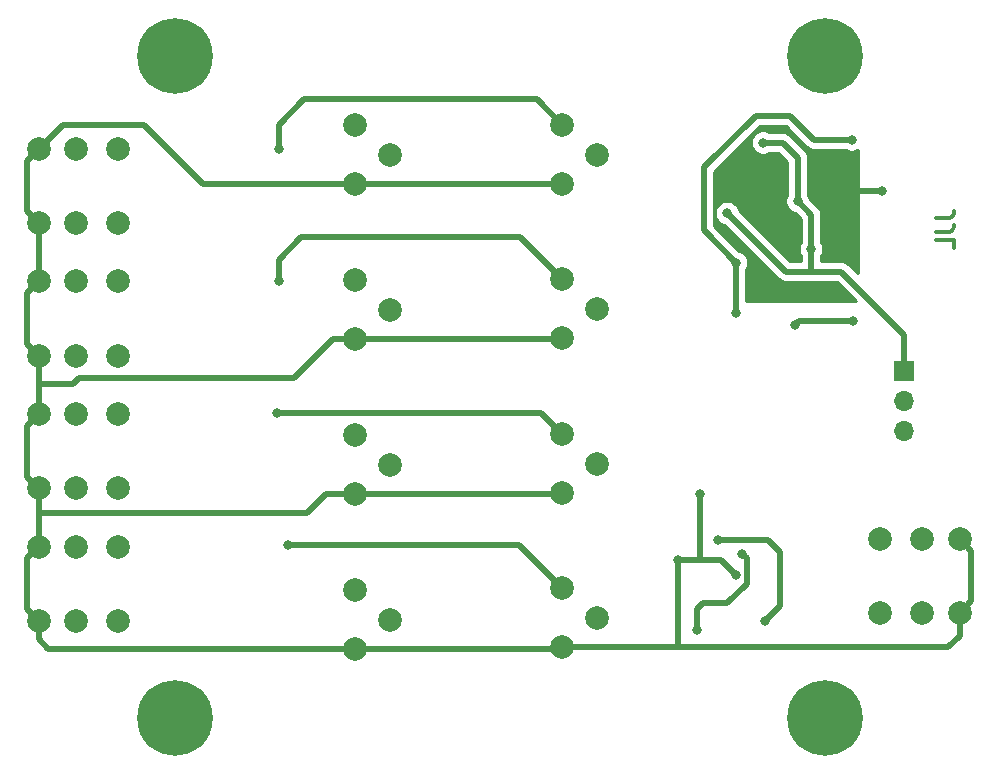
<source format=gbl>
G04 #@! TF.GenerationSoftware,KiCad,Pcbnew,5.1.6-c6e7f7d~87~ubuntu18.04.1*
G04 #@! TF.CreationDate,2020-09-10T19:55:48-05:00*
G04 #@! TF.ProjectId,MiniStereoMixer,4d696e69-5374-4657-9265-6f4d69786572,rev?*
G04 #@! TF.SameCoordinates,Original*
G04 #@! TF.FileFunction,Copper,L2,Bot*
G04 #@! TF.FilePolarity,Positive*
%FSLAX46Y46*%
G04 Gerber Fmt 4.6, Leading zero omitted, Abs format (unit mm)*
G04 Created by KiCad (PCBNEW 5.1.6-c6e7f7d~87~ubuntu18.04.1) date 2020-09-10 19:55:48*
%MOMM*%
%LPD*%
G01*
G04 APERTURE LIST*
G04 #@! TA.AperFunction,NonConductor*
%ADD10C,0.300000*%
G04 #@! TD*
G04 #@! TA.AperFunction,ComponentPad*
%ADD11C,2.000000*%
G04 #@! TD*
G04 #@! TA.AperFunction,ComponentPad*
%ADD12R,1.700000X1.700000*%
G04 #@! TD*
G04 #@! TA.AperFunction,ComponentPad*
%ADD13O,1.700000X1.700000*%
G04 #@! TD*
G04 #@! TA.AperFunction,ViaPad*
%ADD14C,0.600000*%
G04 #@! TD*
G04 #@! TA.AperFunction,Conductor*
%ADD15R,1.000000X2.650000*%
G04 #@! TD*
G04 #@! TA.AperFunction,ComponentPad*
%ADD16C,6.400000*%
G04 #@! TD*
G04 #@! TA.AperFunction,ViaPad*
%ADD17C,0.800000*%
G04 #@! TD*
G04 #@! TA.AperFunction,Conductor*
%ADD18C,0.500000*%
G04 #@! TD*
G04 #@! TA.AperFunction,Conductor*
%ADD19C,0.250000*%
G04 #@! TD*
G04 #@! TA.AperFunction,Conductor*
%ADD20C,0.254000*%
G04 #@! TD*
G04 APERTURE END LIST*
D10*
X198314571Y-56820714D02*
X199386000Y-56820714D01*
X199600285Y-56749285D01*
X199743142Y-56606428D01*
X199814571Y-56392142D01*
X199814571Y-56249285D01*
X198314571Y-57963571D02*
X199386000Y-57963571D01*
X199600285Y-57892142D01*
X199743142Y-57749285D01*
X199814571Y-57535000D01*
X199814571Y-57392142D01*
X199814571Y-59392142D02*
X199814571Y-58677857D01*
X198314571Y-58677857D01*
D11*
G04 #@! TO.P,J6,T*
G04 #@! TO.N,Net-(C18-Pad1)*
X193579000Y-83972000D03*
G04 #@! TO.P,J6,R*
G04 #@! TO.N,Net-(C16-Pad1)*
X197079000Y-83972000D03*
G04 #@! TO.P,J6,S*
G04 #@! TO.N,GNDA*
X200279000Y-83972000D03*
G04 #@! TO.P,J6,R*
G04 #@! TO.N,Net-(C16-Pad1)*
X197079000Y-90272000D03*
G04 #@! TO.P,J6,T*
G04 #@! TO.N,Net-(C18-Pad1)*
X193579000Y-90272000D03*
G04 #@! TO.P,J6,S*
G04 #@! TO.N,GNDA*
X200279000Y-90272000D03*
G04 #@! TD*
G04 #@! TO.P,J1,T*
G04 #@! TO.N,Net-(C10-Pad2)*
X129001000Y-90932000D03*
G04 #@! TO.P,J1,R*
G04 #@! TO.N,Net-(C6-Pad2)*
X125501000Y-90932000D03*
G04 #@! TO.P,J1,S*
G04 #@! TO.N,GNDA*
X122301000Y-90932000D03*
G04 #@! TO.P,J1,R*
G04 #@! TO.N,Net-(C6-Pad2)*
X125501000Y-84632000D03*
G04 #@! TO.P,J1,T*
G04 #@! TO.N,Net-(C10-Pad2)*
X129001000Y-84632000D03*
G04 #@! TO.P,J1,S*
G04 #@! TO.N,GNDA*
X122301000Y-84632000D03*
G04 #@! TD*
G04 #@! TO.P,J2,T*
G04 #@! TO.N,Net-(C11-Pad2)*
X129001000Y-79705332D03*
G04 #@! TO.P,J2,R*
G04 #@! TO.N,Net-(C7-Pad2)*
X125501000Y-79705332D03*
G04 #@! TO.P,J2,S*
G04 #@! TO.N,GNDA*
X122301000Y-79705332D03*
G04 #@! TO.P,J2,R*
G04 #@! TO.N,Net-(C7-Pad2)*
X125501000Y-73405332D03*
G04 #@! TO.P,J2,T*
G04 #@! TO.N,Net-(C11-Pad2)*
X129001000Y-73405332D03*
G04 #@! TO.P,J2,S*
G04 #@! TO.N,GNDA*
X122301000Y-73405332D03*
G04 #@! TD*
G04 #@! TO.P,J3,T*
G04 #@! TO.N,Net-(C12-Pad2)*
X129001000Y-68478666D03*
G04 #@! TO.P,J3,R*
G04 #@! TO.N,Net-(C8-Pad2)*
X125501000Y-68478666D03*
G04 #@! TO.P,J3,S*
G04 #@! TO.N,GNDA*
X122301000Y-68478666D03*
G04 #@! TO.P,J3,R*
G04 #@! TO.N,Net-(C8-Pad2)*
X125501000Y-62178666D03*
G04 #@! TO.P,J3,T*
G04 #@! TO.N,Net-(C12-Pad2)*
X129001000Y-62178666D03*
G04 #@! TO.P,J3,S*
G04 #@! TO.N,GNDA*
X122301000Y-62178666D03*
G04 #@! TD*
G04 #@! TO.P,J4,T*
G04 #@! TO.N,Net-(C13-Pad2)*
X129001000Y-57252000D03*
G04 #@! TO.P,J4,R*
G04 #@! TO.N,Net-(C9-Pad2)*
X125501000Y-57252000D03*
G04 #@! TO.P,J4,S*
G04 #@! TO.N,GNDA*
X122301000Y-57252000D03*
G04 #@! TO.P,J4,R*
G04 #@! TO.N,Net-(C9-Pad2)*
X125501000Y-50952000D03*
G04 #@! TO.P,J4,T*
G04 #@! TO.N,Net-(C13-Pad2)*
X129001000Y-50952000D03*
G04 #@! TO.P,J4,S*
G04 #@! TO.N,GNDA*
X122301000Y-50952000D03*
G04 #@! TD*
D12*
G04 #@! TO.P,SW1,1*
G04 #@! TO.N,+5V*
X195580000Y-69723000D03*
D13*
G04 #@! TO.P,SW1,2*
G04 #@! TO.N,Net-(J5-Pad1)*
X195580000Y-72263000D03*
G04 #@! TO.P,SW1,3*
G04 #@! TO.N,N/C*
X195580000Y-74803000D03*
G04 #@! TD*
D14*
G04 #@! TO.N,GND*
G04 #@! TO.C,U1*
X185547000Y-57785000D03*
X185547000Y-56785000D03*
X185547000Y-58785000D03*
D15*
X185547000Y-57785000D03*
G04 #@! TD*
D16*
G04 #@! TO.P,H5,1*
G04 #@! TO.N,N/C*
X133873000Y-43124000D03*
G04 #@! TD*
G04 #@! TO.P,H6,1*
G04 #@! TO.N,N/C*
X133873000Y-99124000D03*
G04 #@! TD*
G04 #@! TO.P,H7,1*
G04 #@! TO.N,N/C*
X188873000Y-43124000D03*
G04 #@! TD*
G04 #@! TO.P,H8,1*
G04 #@! TO.N,N/C*
X188873000Y-99124000D03*
G04 #@! TD*
D11*
G04 #@! TO.P,RV1,1*
G04 #@! TO.N,Net-(C13-Pad1)*
X149098000Y-48895000D03*
G04 #@! TO.P,RV1,2*
G04 #@! TO.N,Net-(R22-Pad2)*
X152098000Y-51435000D03*
G04 #@! TO.P,RV1,3*
G04 #@! TO.N,GNDA*
X149098000Y-53895000D03*
G04 #@! TD*
G04 #@! TO.P,RV2,3*
G04 #@! TO.N,GNDA*
X149098000Y-67018333D03*
G04 #@! TO.P,RV2,2*
G04 #@! TO.N,Net-(R21-Pad2)*
X152098000Y-64558333D03*
G04 #@! TO.P,RV2,1*
G04 #@! TO.N,Net-(C12-Pad1)*
X149098000Y-62018333D03*
G04 #@! TD*
G04 #@! TO.P,RV3,3*
G04 #@! TO.N,GNDA*
X149098000Y-80141666D03*
G04 #@! TO.P,RV3,2*
G04 #@! TO.N,Net-(R20-Pad2)*
X152098000Y-77681666D03*
G04 #@! TO.P,RV3,1*
G04 #@! TO.N,Net-(C11-Pad1)*
X149098000Y-75141666D03*
G04 #@! TD*
G04 #@! TO.P,RV4,1*
G04 #@! TO.N,Net-(C10-Pad1)*
X149098000Y-88265000D03*
G04 #@! TO.P,RV4,2*
G04 #@! TO.N,Net-(R10-Pad1)*
X152098000Y-90805000D03*
G04 #@! TO.P,RV4,3*
G04 #@! TO.N,GNDA*
X149098000Y-93265000D03*
G04 #@! TD*
G04 #@! TO.P,RV5,3*
G04 #@! TO.N,GNDA*
X166624000Y-93138000D03*
G04 #@! TO.P,RV5,2*
G04 #@! TO.N,Net-(R11-Pad1)*
X169624000Y-90678000D03*
G04 #@! TO.P,RV5,1*
G04 #@! TO.N,Net-(C6-Pad1)*
X166624000Y-88138000D03*
G04 #@! TD*
G04 #@! TO.P,RV6,3*
G04 #@! TO.N,GNDA*
X166624000Y-80057000D03*
G04 #@! TO.P,RV6,2*
G04 #@! TO.N,Net-(R12-Pad1)*
X169624000Y-77597000D03*
G04 #@! TO.P,RV6,1*
G04 #@! TO.N,Net-(C7-Pad1)*
X166624000Y-75057000D03*
G04 #@! TD*
G04 #@! TO.P,RV7,1*
G04 #@! TO.N,Net-(C8-Pad1)*
X166624000Y-61976000D03*
G04 #@! TO.P,RV7,2*
G04 #@! TO.N,Net-(R13-Pad1)*
X169624000Y-64516000D03*
G04 #@! TO.P,RV7,3*
G04 #@! TO.N,GNDA*
X166624000Y-66976000D03*
G04 #@! TD*
G04 #@! TO.P,RV8,1*
G04 #@! TO.N,Net-(C9-Pad1)*
X166624000Y-48895000D03*
G04 #@! TO.P,RV8,2*
G04 #@! TO.N,Net-(R14-Pad1)*
X169624000Y-51435000D03*
G04 #@! TO.P,RV8,3*
G04 #@! TO.N,GNDA*
X166624000Y-53895000D03*
G04 #@! TD*
D17*
G04 #@! TO.N,GND*
X183515000Y-54102000D03*
X184975500Y-55308500D03*
X189865000Y-54483000D03*
X193675000Y-54483000D03*
X183642000Y-62865000D03*
X180403500Y-54356000D03*
G04 #@! TO.N,+5V*
X186563000Y-55372000D03*
X187706000Y-59436000D03*
X183642000Y-50419000D03*
X180594002Y-56388000D03*
G04 #@! TO.N,Net-(C6-Pad1)*
X143383000Y-84455000D03*
G04 #@! TO.N,Net-(C7-Pad1)*
X142494000Y-73279000D03*
G04 #@! TO.N,Net-(C8-Pad1)*
X142621000Y-62103000D03*
G04 #@! TO.N,Net-(C9-Pad1)*
X142621000Y-50927000D03*
G04 #@! TO.N,Net-(R19-Pad1)*
X181864000Y-85217000D03*
X178054000Y-91694000D03*
G04 #@! TO.N,Net-(R23-Pad1)*
X183787000Y-90950000D03*
X179870990Y-84074000D03*
G04 #@! TO.N,/+5V_OUT*
X191262000Y-65532000D03*
X186372500Y-65849500D03*
G04 #@! TO.N,/-5V_OUT*
X181356000Y-60579000D03*
X191135000Y-50165000D03*
X181356000Y-64833500D03*
G04 #@! TO.N,GNDA*
X176403000Y-85725000D03*
X178308000Y-80137000D03*
X181394990Y-87047352D03*
G04 #@! TD*
D18*
G04 #@! TO.N,GND*
X183515000Y-54102000D02*
X184531000Y-55118000D01*
X184531000Y-55118000D02*
X184785000Y-55118000D01*
X185547000Y-55880000D02*
X185547000Y-58785000D01*
D19*
X184785000Y-55118000D02*
X184975500Y-55308500D01*
D18*
X184975500Y-55308500D02*
X185547000Y-55880000D01*
X189865000Y-54483000D02*
X193675000Y-54483000D01*
G04 #@! TO.N,+5V*
X195580000Y-69723000D02*
X195580000Y-66675000D01*
X195580000Y-66675000D02*
X190246000Y-61341000D01*
X190246000Y-61341000D02*
X187706000Y-61341000D01*
X187706000Y-59436000D02*
X187706000Y-61341000D01*
X187706000Y-56515000D02*
X187706000Y-59436000D01*
X186563000Y-55372000D02*
X187706000Y-56515000D01*
X186563000Y-55372000D02*
X186563000Y-51689000D01*
X186563000Y-51689000D02*
X185293000Y-50419000D01*
X185293000Y-50419000D02*
X183642000Y-50419000D01*
X180994001Y-56787999D02*
X180594002Y-56388000D01*
X185547002Y-61341000D02*
X180994001Y-56787999D01*
X187706000Y-61341000D02*
X185547002Y-61341000D01*
G04 #@! TO.N,Net-(C6-Pad1)*
X162941000Y-84455000D02*
X166624000Y-88138000D01*
X143383000Y-84455000D02*
X162941000Y-84455000D01*
G04 #@! TO.N,Net-(C7-Pad1)*
X164846000Y-73279000D02*
X166624000Y-75057000D01*
X142494000Y-73279000D02*
X164846000Y-73279000D01*
G04 #@! TO.N,Net-(C8-Pad1)*
X142621000Y-62103000D02*
X142621000Y-60325000D01*
X142621000Y-60325000D02*
X144526000Y-58420000D01*
X163068000Y-58420000D02*
X166624000Y-61976000D01*
X144526000Y-58420000D02*
X163068000Y-58420000D01*
G04 #@! TO.N,Net-(C9-Pad1)*
X142621000Y-50927000D02*
X142621000Y-48895000D01*
X142621000Y-48895000D02*
X144780000Y-46736000D01*
X164465000Y-46736000D02*
X166624000Y-48895000D01*
X144780000Y-46736000D02*
X164465000Y-46736000D01*
G04 #@! TO.N,Net-(R19-Pad1)*
X181864000Y-85217000D02*
X182245000Y-85598000D01*
X182245000Y-85598000D02*
X182245000Y-87757000D01*
X182245000Y-87757000D02*
X180594000Y-89408000D01*
X180594000Y-89408000D02*
X178562000Y-89408000D01*
X178562000Y-89408000D02*
X178054000Y-89916000D01*
X178054000Y-89916000D02*
X178054000Y-91694000D01*
G04 #@! TO.N,Net-(R23-Pad1)*
X184023000Y-84074000D02*
X179870990Y-84074000D01*
X185039000Y-85090000D02*
X184023000Y-84074000D01*
X183787000Y-90950000D02*
X185039000Y-89698000D01*
X185039000Y-89698000D02*
X185039000Y-85090000D01*
G04 #@! TO.N,/+5V_OUT*
X191262000Y-65532000D02*
X186690000Y-65532000D01*
X186690000Y-65532000D02*
X186372500Y-65849500D01*
G04 #@! TO.N,/-5V_OUT*
X178625500Y-57848500D02*
X181356000Y-60579000D01*
X183007000Y-48133000D02*
X178625500Y-52514500D01*
X185928000Y-48133000D02*
X183007000Y-48133000D01*
X191135000Y-50165000D02*
X187960000Y-50165000D01*
X178625500Y-52514500D02*
X178625500Y-57848500D01*
X187960000Y-50165000D02*
X185928000Y-48133000D01*
X181356000Y-60579000D02*
X181356000Y-64833500D01*
G04 #@! TO.N,GNDA*
X136191000Y-53895000D02*
X149098000Y-53895000D01*
X131191000Y-48895000D02*
X136191000Y-53895000D01*
X122301000Y-50952000D02*
X124358000Y-48895000D01*
X124358000Y-48895000D02*
X131191000Y-48895000D01*
X149098000Y-53895000D02*
X166624000Y-53895000D01*
X166581667Y-67018333D02*
X166624000Y-66976000D01*
X149098000Y-67018333D02*
X166581667Y-67018333D01*
X166539334Y-80141666D02*
X166624000Y-80057000D01*
X149098000Y-80141666D02*
X166539334Y-80141666D01*
X166497000Y-93265000D02*
X166624000Y-93138000D01*
X149098000Y-93265000D02*
X166497000Y-93265000D01*
X121301001Y-85631999D02*
X122301000Y-84632000D01*
X121301001Y-89932001D02*
X121301001Y-85631999D01*
X122301000Y-90932000D02*
X121301001Y-89932001D01*
X121301001Y-74405331D02*
X122301000Y-73405332D01*
X121301001Y-78705333D02*
X121301001Y-74405331D01*
X122301000Y-79705332D02*
X121301001Y-78705333D01*
X121301001Y-63178665D02*
X122301000Y-62178666D01*
X122301000Y-68478666D02*
X121301001Y-67478667D01*
X121301001Y-67478667D02*
X121301001Y-63178665D01*
X122301000Y-62178666D02*
X122301000Y-57252000D01*
X121301001Y-51951999D02*
X122301000Y-50952000D01*
X122301000Y-57252000D02*
X121301001Y-56252001D01*
X121301001Y-56252001D02*
X121301001Y-51951999D01*
X122301000Y-79705332D02*
X122301000Y-81915000D01*
X122301000Y-81915000D02*
X122301000Y-84632000D01*
X122301000Y-73405332D02*
X122301000Y-70866000D01*
X122301000Y-70866000D02*
X122301000Y-68478666D01*
X125730000Y-70358000D02*
X125222000Y-70866000D01*
X143891000Y-70358000D02*
X125730000Y-70358000D01*
X125222000Y-70866000D02*
X122301000Y-70866000D01*
X149098000Y-67018333D02*
X147230667Y-67018333D01*
X147230667Y-67018333D02*
X143891000Y-70358000D01*
X122428000Y-81788000D02*
X122301000Y-81915000D01*
X145034000Y-81788000D02*
X122428000Y-81788000D01*
X149098000Y-80141666D02*
X146680334Y-80141666D01*
X146680334Y-80141666D02*
X145034000Y-81788000D01*
X201278999Y-84971999D02*
X200279000Y-83972000D01*
X200279000Y-90272000D02*
X201278999Y-89272001D01*
X201278999Y-89272001D02*
X201278999Y-84971999D01*
X200279000Y-90272000D02*
X200279000Y-92202000D01*
X200279000Y-92202000D02*
X199343000Y-93138000D01*
X176403000Y-93058000D02*
X176323000Y-93138000D01*
X199343000Y-93138000D02*
X176323000Y-93138000D01*
X176403000Y-85725000D02*
X176403000Y-93058000D01*
X176323000Y-93138000D02*
X166624000Y-93138000D01*
X178308000Y-80137000D02*
X178308000Y-85725000D01*
X176403000Y-85725000D02*
X178308000Y-85725000D01*
X180072638Y-85725000D02*
X181394990Y-87047352D01*
X178308000Y-85725000D02*
X180072638Y-85725000D01*
X122301000Y-92456000D02*
X123126500Y-93281500D01*
X122301000Y-90932000D02*
X122301000Y-92456000D01*
X123126500Y-93281500D02*
X149081500Y-93281500D01*
X149081500Y-93281500D02*
X149098000Y-93265000D01*
G04 #@! TD*
D20*
G04 #@! TO.N,GND*
G36*
X187303470Y-50760049D02*
G01*
X187331183Y-50793817D01*
X187364951Y-50821530D01*
X187364953Y-50821532D01*
X187420857Y-50867411D01*
X187465941Y-50904411D01*
X187619687Y-50986589D01*
X187735903Y-51021843D01*
X187786509Y-51037195D01*
X187801306Y-51038652D01*
X187916523Y-51050000D01*
X187916531Y-51050000D01*
X187960000Y-51054281D01*
X188003469Y-51050000D01*
X190596546Y-51050000D01*
X190644744Y-51082205D01*
X190833102Y-51160226D01*
X191033061Y-51200000D01*
X191236939Y-51200000D01*
X191436898Y-51160226D01*
X191625256Y-51082205D01*
X191643000Y-51070349D01*
X191643000Y-61486422D01*
X190902534Y-60745956D01*
X190874817Y-60712183D01*
X190740059Y-60601589D01*
X190586313Y-60519411D01*
X190419490Y-60468805D01*
X190289477Y-60456000D01*
X190289469Y-60456000D01*
X190246000Y-60451719D01*
X190202531Y-60456000D01*
X188591000Y-60456000D01*
X188591000Y-59974454D01*
X188623205Y-59926256D01*
X188701226Y-59737898D01*
X188741000Y-59537939D01*
X188741000Y-59334061D01*
X188701226Y-59134102D01*
X188623205Y-58945744D01*
X188591000Y-58897546D01*
X188591000Y-56558465D01*
X188595281Y-56514999D01*
X188591000Y-56471533D01*
X188591000Y-56471523D01*
X188578195Y-56341510D01*
X188527589Y-56174687D01*
X188445411Y-56020941D01*
X188334817Y-55886183D01*
X188301050Y-55858471D01*
X187569535Y-55126957D01*
X187558226Y-55070102D01*
X187480205Y-54881744D01*
X187448000Y-54833546D01*
X187448000Y-51732465D01*
X187452281Y-51688999D01*
X187448000Y-51645533D01*
X187448000Y-51645523D01*
X187435195Y-51515510D01*
X187384589Y-51348687D01*
X187302411Y-51194941D01*
X187191817Y-51060183D01*
X187158049Y-51032470D01*
X185949534Y-49823956D01*
X185921817Y-49790183D01*
X185787059Y-49679589D01*
X185633313Y-49597411D01*
X185466490Y-49546805D01*
X185336477Y-49534000D01*
X185336469Y-49534000D01*
X185293000Y-49529719D01*
X185249531Y-49534000D01*
X184180454Y-49534000D01*
X184132256Y-49501795D01*
X183943898Y-49423774D01*
X183743939Y-49384000D01*
X183540061Y-49384000D01*
X183340102Y-49423774D01*
X183151744Y-49501795D01*
X182982226Y-49615063D01*
X182838063Y-49759226D01*
X182724795Y-49928744D01*
X182646774Y-50117102D01*
X182607000Y-50317061D01*
X182607000Y-50520939D01*
X182646774Y-50720898D01*
X182724795Y-50909256D01*
X182838063Y-51078774D01*
X182982226Y-51222937D01*
X183151744Y-51336205D01*
X183340102Y-51414226D01*
X183540061Y-51454000D01*
X183743939Y-51454000D01*
X183943898Y-51414226D01*
X184132256Y-51336205D01*
X184180454Y-51304000D01*
X184926422Y-51304000D01*
X185678001Y-52055580D01*
X185678000Y-54833545D01*
X185645795Y-54881744D01*
X185567774Y-55070102D01*
X185528000Y-55270061D01*
X185528000Y-55473939D01*
X185567774Y-55673898D01*
X185645795Y-55862256D01*
X185759063Y-56031774D01*
X185903226Y-56175937D01*
X186072744Y-56289205D01*
X186261102Y-56367226D01*
X186317957Y-56378535D01*
X186821000Y-56881579D01*
X186821001Y-58897544D01*
X186788795Y-58945744D01*
X186710774Y-59134102D01*
X186671000Y-59334061D01*
X186671000Y-59537939D01*
X186710774Y-59737898D01*
X186788795Y-59926256D01*
X186821000Y-59974455D01*
X186821001Y-60456000D01*
X185913581Y-60456000D01*
X181600537Y-56142957D01*
X181589228Y-56086102D01*
X181511207Y-55897744D01*
X181397939Y-55728226D01*
X181253776Y-55584063D01*
X181084258Y-55470795D01*
X180895900Y-55392774D01*
X180695941Y-55353000D01*
X180492063Y-55353000D01*
X180292104Y-55392774D01*
X180103746Y-55470795D01*
X179934228Y-55584063D01*
X179790065Y-55728226D01*
X179676797Y-55897744D01*
X179598776Y-56086102D01*
X179559002Y-56286061D01*
X179559002Y-56489939D01*
X179598776Y-56689898D01*
X179676797Y-56878256D01*
X179790065Y-57047774D01*
X179934228Y-57191937D01*
X180103746Y-57305205D01*
X180292104Y-57383226D01*
X180348959Y-57394535D01*
X184890472Y-61936049D01*
X184918185Y-61969817D01*
X184951953Y-61997530D01*
X184951955Y-61997532D01*
X185052943Y-62080411D01*
X185206689Y-62162589D01*
X185373512Y-62213195D01*
X185503525Y-62226000D01*
X185503533Y-62226000D01*
X185547002Y-62230281D01*
X185590471Y-62226000D01*
X187662524Y-62226000D01*
X187706000Y-62230282D01*
X187749477Y-62226000D01*
X189879422Y-62226000D01*
X191502672Y-63849250D01*
X182241000Y-63849250D01*
X182241000Y-61117454D01*
X182273205Y-61069256D01*
X182351226Y-60880898D01*
X182391000Y-60680939D01*
X182391000Y-60477061D01*
X182351226Y-60277102D01*
X182273205Y-60088744D01*
X182159937Y-59919226D01*
X182015774Y-59775063D01*
X181846256Y-59661795D01*
X181657898Y-59583774D01*
X181601044Y-59572465D01*
X179510500Y-57481922D01*
X179510500Y-52881078D01*
X183373579Y-49018000D01*
X185561422Y-49018000D01*
X187303470Y-50760049D01*
G37*
X187303470Y-50760049D02*
X187331183Y-50793817D01*
X187364951Y-50821530D01*
X187364953Y-50821532D01*
X187420857Y-50867411D01*
X187465941Y-50904411D01*
X187619687Y-50986589D01*
X187735903Y-51021843D01*
X187786509Y-51037195D01*
X187801306Y-51038652D01*
X187916523Y-51050000D01*
X187916531Y-51050000D01*
X187960000Y-51054281D01*
X188003469Y-51050000D01*
X190596546Y-51050000D01*
X190644744Y-51082205D01*
X190833102Y-51160226D01*
X191033061Y-51200000D01*
X191236939Y-51200000D01*
X191436898Y-51160226D01*
X191625256Y-51082205D01*
X191643000Y-51070349D01*
X191643000Y-61486422D01*
X190902534Y-60745956D01*
X190874817Y-60712183D01*
X190740059Y-60601589D01*
X190586313Y-60519411D01*
X190419490Y-60468805D01*
X190289477Y-60456000D01*
X190289469Y-60456000D01*
X190246000Y-60451719D01*
X190202531Y-60456000D01*
X188591000Y-60456000D01*
X188591000Y-59974454D01*
X188623205Y-59926256D01*
X188701226Y-59737898D01*
X188741000Y-59537939D01*
X188741000Y-59334061D01*
X188701226Y-59134102D01*
X188623205Y-58945744D01*
X188591000Y-58897546D01*
X188591000Y-56558465D01*
X188595281Y-56514999D01*
X188591000Y-56471533D01*
X188591000Y-56471523D01*
X188578195Y-56341510D01*
X188527589Y-56174687D01*
X188445411Y-56020941D01*
X188334817Y-55886183D01*
X188301050Y-55858471D01*
X187569535Y-55126957D01*
X187558226Y-55070102D01*
X187480205Y-54881744D01*
X187448000Y-54833546D01*
X187448000Y-51732465D01*
X187452281Y-51688999D01*
X187448000Y-51645533D01*
X187448000Y-51645523D01*
X187435195Y-51515510D01*
X187384589Y-51348687D01*
X187302411Y-51194941D01*
X187191817Y-51060183D01*
X187158049Y-51032470D01*
X185949534Y-49823956D01*
X185921817Y-49790183D01*
X185787059Y-49679589D01*
X185633313Y-49597411D01*
X185466490Y-49546805D01*
X185336477Y-49534000D01*
X185336469Y-49534000D01*
X185293000Y-49529719D01*
X185249531Y-49534000D01*
X184180454Y-49534000D01*
X184132256Y-49501795D01*
X183943898Y-49423774D01*
X183743939Y-49384000D01*
X183540061Y-49384000D01*
X183340102Y-49423774D01*
X183151744Y-49501795D01*
X182982226Y-49615063D01*
X182838063Y-49759226D01*
X182724795Y-49928744D01*
X182646774Y-50117102D01*
X182607000Y-50317061D01*
X182607000Y-50520939D01*
X182646774Y-50720898D01*
X182724795Y-50909256D01*
X182838063Y-51078774D01*
X182982226Y-51222937D01*
X183151744Y-51336205D01*
X183340102Y-51414226D01*
X183540061Y-51454000D01*
X183743939Y-51454000D01*
X183943898Y-51414226D01*
X184132256Y-51336205D01*
X184180454Y-51304000D01*
X184926422Y-51304000D01*
X185678001Y-52055580D01*
X185678000Y-54833545D01*
X185645795Y-54881744D01*
X185567774Y-55070102D01*
X185528000Y-55270061D01*
X185528000Y-55473939D01*
X185567774Y-55673898D01*
X185645795Y-55862256D01*
X185759063Y-56031774D01*
X185903226Y-56175937D01*
X186072744Y-56289205D01*
X186261102Y-56367226D01*
X186317957Y-56378535D01*
X186821000Y-56881579D01*
X186821001Y-58897544D01*
X186788795Y-58945744D01*
X186710774Y-59134102D01*
X186671000Y-59334061D01*
X186671000Y-59537939D01*
X186710774Y-59737898D01*
X186788795Y-59926256D01*
X186821000Y-59974455D01*
X186821001Y-60456000D01*
X185913581Y-60456000D01*
X181600537Y-56142957D01*
X181589228Y-56086102D01*
X181511207Y-55897744D01*
X181397939Y-55728226D01*
X181253776Y-55584063D01*
X181084258Y-55470795D01*
X180895900Y-55392774D01*
X180695941Y-55353000D01*
X180492063Y-55353000D01*
X180292104Y-55392774D01*
X180103746Y-55470795D01*
X179934228Y-55584063D01*
X179790065Y-55728226D01*
X179676797Y-55897744D01*
X179598776Y-56086102D01*
X179559002Y-56286061D01*
X179559002Y-56489939D01*
X179598776Y-56689898D01*
X179676797Y-56878256D01*
X179790065Y-57047774D01*
X179934228Y-57191937D01*
X180103746Y-57305205D01*
X180292104Y-57383226D01*
X180348959Y-57394535D01*
X184890472Y-61936049D01*
X184918185Y-61969817D01*
X184951953Y-61997530D01*
X184951955Y-61997532D01*
X185052943Y-62080411D01*
X185206689Y-62162589D01*
X185373512Y-62213195D01*
X185503525Y-62226000D01*
X185503533Y-62226000D01*
X185547002Y-62230281D01*
X185590471Y-62226000D01*
X187662524Y-62226000D01*
X187706000Y-62230282D01*
X187749477Y-62226000D01*
X189879422Y-62226000D01*
X191502672Y-63849250D01*
X182241000Y-63849250D01*
X182241000Y-61117454D01*
X182273205Y-61069256D01*
X182351226Y-60880898D01*
X182391000Y-60680939D01*
X182391000Y-60477061D01*
X182351226Y-60277102D01*
X182273205Y-60088744D01*
X182159937Y-59919226D01*
X182015774Y-59775063D01*
X181846256Y-59661795D01*
X181657898Y-59583774D01*
X181601044Y-59572465D01*
X179510500Y-57481922D01*
X179510500Y-52881078D01*
X183373579Y-49018000D01*
X185561422Y-49018000D01*
X187303470Y-50760049D01*
G04 #@! TD*
M02*

</source>
